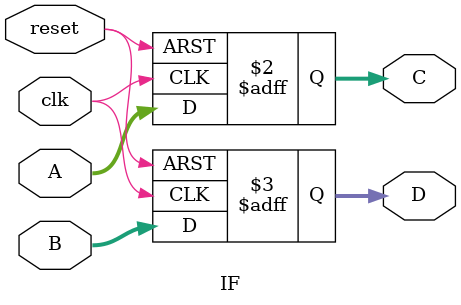
<source format=v>
module IF(
	input clk,
	input reset,
	input [31:0] A,
	input [31:0] B,
	output reg [31:0]C,
	output reg [31:0]D
	);
	

	always @(posedge clk or posedge reset)
		begin
			if(reset) begin
				C <= 32'b00;
				D <= 32'b00;
			end else begin
				C<=A;
				D<=B;
				end
		end

endmodule

</source>
